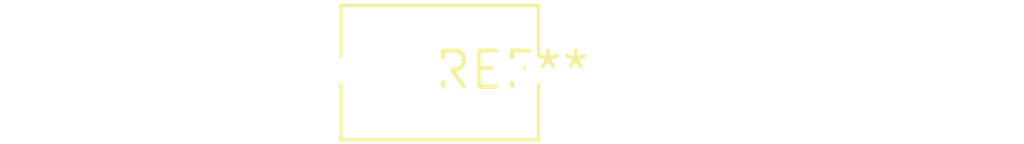
<source format=kicad_pcb>
(kicad_pcb (version 20240108) (generator pcbnew)
  (layers (0 "F.Cu" signal) (31 "B.Cu" signal) (34 "B.Paste" user) (35 "F.Paste" user) (36 "B.SilkS" user "B.Silkscreen") (37 "F.SilkS" user "F.Silkscreen") (38 "B.Mask" user) (39 "F.Mask" user) (44 "Edge.Cuts" user))
  (net 0 "")
  (footprint "Potentiometer_Bourns_3266Y_Vertical" (layer "F.Cu") (at 0 0)
    (property "Reference" "REF**")
    (property "Value" "Potentiometer_Bourns_3266Y_Vertical")
    (fp_line (start -6.015 -2.28) (end -6.015 -0.494) (layer "F.SilkS") (stroke (width 0.12)))
    (fp_line (start -6.015 -2.28) (end 0.935 -2.28) (layer "F.SilkS") (stroke (width 0.12)))
    (fp_line (start -6.015 0.496) (end -6.015 2.46) (layer "F.SilkS") (stroke (width 0.12)))
    (fp_line (start -6.015 2.46) (end 0.935 2.46) (layer "F.SilkS") (stroke (width 0.12)))
    (fp_line (start 0.935 -2.28) (end 0.935 -0.494) (layer "F.SilkS") (stroke (width 0.12)))
    (fp_line (start 0.935 0.496) (end 0.935 2.46) (layer "F.SilkS") (stroke (width 0.12)))
    (pad "1" thru_hole circle (at 0 0) (size 1.44 1.44) (drill 0.8) (layers *.Cu *.Mask) (remove_unused_layers))
    (pad "2" thru_hole circle (at -2.54 0) (size 1.44 1.44) (drill 0.8) (layers *.Cu *.Mask) (remove_unused_layers))
    (pad "3" thru_hole circle (at -5.08 0) (size 1.44 1.44) (drill 0.8) (layers *.Cu *.Mask) (remove_unused_layers))
  )
)
</source>
